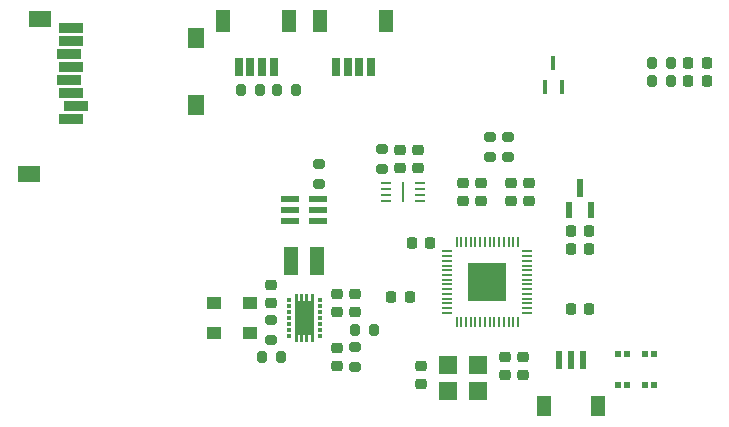
<source format=gbr>
%TF.GenerationSoftware,KiCad,Pcbnew,8.0.2*%
%TF.CreationDate,2024-05-12T14:55:06-05:00*%
%TF.ProjectId,GP2040-RE,47503230-3430-42d5-9245-2e6b69636164,rev?*%
%TF.SameCoordinates,Original*%
%TF.FileFunction,Paste,Top*%
%TF.FilePolarity,Positive*%
%FSLAX46Y46*%
G04 Gerber Fmt 4.6, Leading zero omitted, Abs format (unit mm)*
G04 Created by KiCad (PCBNEW 8.0.2) date 2024-05-12 14:55:06*
%MOMM*%
%LPD*%
G01*
G04 APERTURE LIST*
G04 Aperture macros list*
%AMRoundRect*
0 Rectangle with rounded corners*
0 $1 Rounding radius*
0 $2 $3 $4 $5 $6 $7 $8 $9 X,Y pos of 4 corners*
0 Add a 4 corners polygon primitive as box body*
4,1,4,$2,$3,$4,$5,$6,$7,$8,$9,$2,$3,0*
0 Add four circle primitives for the rounded corners*
1,1,$1+$1,$2,$3*
1,1,$1+$1,$4,$5*
1,1,$1+$1,$6,$7*
1,1,$1+$1,$8,$9*
0 Add four rect primitives between the rounded corners*
20,1,$1+$1,$2,$3,$4,$5,0*
20,1,$1+$1,$4,$5,$6,$7,0*
20,1,$1+$1,$6,$7,$8,$9,0*
20,1,$1+$1,$8,$9,$2,$3,0*%
G04 Aperture macros list end*
%ADD10C,0.010000*%
%ADD11C,0.000000*%
%ADD12R,1.143000X1.092200*%
%ADD13R,0.457200X1.143000*%
%ADD14RoundRect,0.218750X0.218750X0.256250X-0.218750X0.256250X-0.218750X-0.256250X0.218750X-0.256250X0*%
%ADD15RoundRect,0.225000X0.250000X-0.225000X0.250000X0.225000X-0.250000X0.225000X-0.250000X-0.225000X0*%
%ADD16RoundRect,0.225000X-0.250000X0.225000X-0.250000X-0.225000X0.250000X-0.225000X0.250000X0.225000X0*%
%ADD17RoundRect,0.200000X-0.275000X0.200000X-0.275000X-0.200000X0.275000X-0.200000X0.275000X0.200000X0*%
%ADD18R,0.660400X1.549400*%
%ADD19R,1.295400X1.905000*%
%ADD20RoundRect,0.200000X0.200000X0.275000X-0.200000X0.275000X-0.200000X-0.275000X0.200000X-0.275000X0*%
%ADD21R,1.397000X1.803400*%
%ADD22R,1.905000X1.397000*%
%ADD23R,2.006600X0.812800*%
%ADD24RoundRect,0.225000X0.225000X0.250000X-0.225000X0.250000X-0.225000X-0.250000X0.225000X-0.250000X0*%
%ADD25RoundRect,0.225000X-0.225000X-0.250000X0.225000X-0.250000X0.225000X0.250000X-0.225000X0.250000X0*%
%ADD26RoundRect,0.200000X0.275000X-0.200000X0.275000X0.200000X-0.275000X0.200000X-0.275000X-0.200000X0*%
%ADD27R,1.574800X0.558800*%
%ADD28R,0.600000X1.550000*%
%ADD29R,1.200000X1.800000*%
%ADD30R,0.457200X0.304800*%
%ADD31R,0.812800X0.177800*%
%ADD32R,0.177800X0.812800*%
%ADD33R,3.200400X3.200400*%
%ADD34R,1.205600X2.362200*%
%ADD35R,0.558800X1.320800*%
%ADD36R,0.558800X1.587500*%
%ADD37R,1.500000X1.600000*%
%ADD38R,0.812800X0.254000*%
%ADD39R,0.254000X1.651000*%
%ADD40RoundRect,0.200000X-0.200000X-0.275000X0.200000X-0.275000X0.200000X0.275000X-0.200000X0.275000X0*%
G04 APERTURE END LIST*
D10*
%TO.C,S2*%
X91036000Y-78148000D02*
X90586000Y-78148000D01*
X90586000Y-77698000D01*
X91036000Y-77698000D01*
X91036000Y-78148000D01*
G36*
X91036000Y-78148000D02*
G01*
X90586000Y-78148000D01*
X90586000Y-77698000D01*
X91036000Y-77698000D01*
X91036000Y-78148000D01*
G37*
X91036000Y-80798000D02*
X90586000Y-80798000D01*
X90586000Y-80348000D01*
X91036000Y-80348000D01*
X91036000Y-80798000D01*
G36*
X91036000Y-80798000D02*
G01*
X90586000Y-80798000D01*
X90586000Y-80348000D01*
X91036000Y-80348000D01*
X91036000Y-80798000D01*
G37*
X91786000Y-78148000D02*
X91336000Y-78148000D01*
X91336000Y-77698000D01*
X91786000Y-77698000D01*
X91786000Y-78148000D01*
G36*
X91786000Y-78148000D02*
G01*
X91336000Y-78148000D01*
X91336000Y-77698000D01*
X91786000Y-77698000D01*
X91786000Y-78148000D01*
G37*
X91786000Y-80798000D02*
X91336000Y-80798000D01*
X91336000Y-80348000D01*
X91786000Y-80348000D01*
X91786000Y-80798000D01*
G36*
X91786000Y-80798000D02*
G01*
X91336000Y-80798000D01*
X91336000Y-80348000D01*
X91786000Y-80348000D01*
X91786000Y-80798000D01*
G37*
D11*
%TO.C,U4*%
G36*
X64974800Y-74830000D02*
G01*
X63549200Y-74830000D01*
X63549200Y-73582200D01*
X64974800Y-73582200D01*
X64974800Y-74830000D01*
G37*
G36*
X64974800Y-76277800D02*
G01*
X63549200Y-76277800D01*
X63549200Y-75030000D01*
X64974800Y-75030000D01*
X64974800Y-76277800D01*
G37*
G36*
X63698811Y-73482208D02*
G01*
X63904937Y-73482208D01*
X63904937Y-72872608D01*
X64158937Y-72872608D01*
X64158937Y-73482208D01*
X64365063Y-73482208D01*
X64365063Y-72872608D01*
X64619063Y-72872608D01*
X64619063Y-73482208D01*
X64825189Y-73482208D01*
X64825189Y-72872608D01*
X65079189Y-72872608D01*
X65079189Y-73482208D01*
X65074800Y-73482200D01*
X65074800Y-76377800D01*
X65079189Y-76377792D01*
X65079189Y-76987392D01*
X64825189Y-76987392D01*
X64825189Y-76377792D01*
X64619063Y-76377792D01*
X64619063Y-76987392D01*
X64365063Y-76987392D01*
X64365063Y-76377792D01*
X64158937Y-76377792D01*
X64158937Y-76987392D01*
X63904937Y-76987392D01*
X63904937Y-76377792D01*
X63698811Y-76377792D01*
X63698811Y-76987392D01*
X63444811Y-76987392D01*
X63444811Y-76377792D01*
X63449200Y-76377800D01*
X63449200Y-73482200D01*
X63444811Y-73482208D01*
X63444811Y-72872608D01*
X63698811Y-72872608D01*
X63698811Y-73482208D01*
G37*
%TO.C,U1*%
G36*
X79656000Y-71782000D02*
G01*
X78255800Y-71782000D01*
X78255800Y-70381800D01*
X79656000Y-70381800D01*
X79656000Y-71782000D01*
G37*
G36*
X79656000Y-73382200D02*
G01*
X78255800Y-73382200D01*
X78255800Y-71982000D01*
X79656000Y-71982000D01*
X79656000Y-73382200D01*
G37*
G36*
X81256200Y-71782000D02*
G01*
X79856000Y-71782000D01*
X79856000Y-70381800D01*
X81256200Y-70381800D01*
X81256200Y-71782000D01*
G37*
G36*
X81256200Y-73382200D02*
G01*
X79856000Y-73382200D01*
X79856000Y-71982000D01*
X81256200Y-71982000D01*
X81256200Y-73382200D01*
G37*
D10*
%TO.C,S1*%
X93322000Y-78148000D02*
X92872000Y-78148000D01*
X92872000Y-77698000D01*
X93322000Y-77698000D01*
X93322000Y-78148000D01*
G36*
X93322000Y-78148000D02*
G01*
X92872000Y-78148000D01*
X92872000Y-77698000D01*
X93322000Y-77698000D01*
X93322000Y-78148000D01*
G37*
X93322000Y-80798000D02*
X92872000Y-80798000D01*
X92872000Y-80348000D01*
X93322000Y-80348000D01*
X93322000Y-80798000D01*
G36*
X93322000Y-80798000D02*
G01*
X92872000Y-80798000D01*
X92872000Y-80348000D01*
X93322000Y-80348000D01*
X93322000Y-80798000D01*
G37*
X94072000Y-78148000D02*
X93622000Y-78148000D01*
X93622000Y-77698000D01*
X94072000Y-77698000D01*
X94072000Y-78148000D01*
G36*
X94072000Y-78148000D02*
G01*
X93622000Y-78148000D01*
X93622000Y-77698000D01*
X94072000Y-77698000D01*
X94072000Y-78148000D01*
G37*
X94072000Y-80798000D02*
X93622000Y-80798000D01*
X93622000Y-80348000D01*
X94072000Y-80348000D01*
X94072000Y-80798000D01*
G36*
X94072000Y-80798000D02*
G01*
X93622000Y-80798000D01*
X93622000Y-80348000D01*
X94072000Y-80348000D01*
X94072000Y-80798000D01*
G37*
%TD*%
D12*
%TO.C,D4*%
X59702700Y-73660000D03*
X56629300Y-73660000D03*
%TD*%
D13*
%TO.C,Q1*%
X84645500Y-55346600D03*
X86042500Y-55346600D03*
X85344000Y-53365400D03*
%TD*%
D14*
%TO.C,D2*%
X98323500Y-53340000D03*
X96748500Y-53340000D03*
%TD*%
D15*
%TO.C,C1*%
X72390000Y-62243000D03*
X72390000Y-60693000D03*
%TD*%
D12*
%TO.C,D3*%
X59702700Y-76200000D03*
X56629300Y-76200000D03*
%TD*%
D16*
%TO.C,C9*%
X82804000Y-78219000D03*
X82804000Y-79769000D03*
%TD*%
D17*
%TO.C,R9*%
X68580000Y-77407000D03*
X68580000Y-79057000D03*
%TD*%
D18*
%TO.C,J2*%
X69924250Y-53660500D03*
X68924249Y-53660500D03*
X67924251Y-53660500D03*
X66924250Y-53660500D03*
D19*
X65624251Y-49785499D03*
X71224249Y-49785499D03*
%TD*%
D15*
%TO.C,C17*%
X67056000Y-74448000D03*
X67056000Y-72898000D03*
%TD*%
D20*
%TO.C,R6*%
X62293000Y-78232000D03*
X60643000Y-78232000D03*
%TD*%
D21*
%TO.C,J6*%
X55073601Y-51184000D03*
X55073601Y-56884001D03*
D22*
X41923599Y-49584000D03*
X40923599Y-62734002D03*
D23*
X44523599Y-58074001D03*
X44923598Y-56973927D03*
X44523599Y-55874001D03*
X44323599Y-54774000D03*
X44523599Y-53674000D03*
X44323599Y-52574000D03*
X44523599Y-51473999D03*
X44523599Y-50373999D03*
%TD*%
D14*
%TO.C,D1*%
X98323500Y-54864000D03*
X96748500Y-54864000D03*
%TD*%
D24*
%TO.C,C5*%
X73178000Y-73152000D03*
X71628000Y-73152000D03*
%TD*%
D25*
%TO.C,C6*%
X86855000Y-74168000D03*
X88405000Y-74168000D03*
%TD*%
D15*
%TO.C,C12*%
X81788000Y-65050000D03*
X81788000Y-63500000D03*
%TD*%
D26*
%TO.C,R7*%
X61468000Y-76771000D03*
X61468000Y-75121000D03*
%TD*%
D17*
%TO.C,R10*%
X65532000Y-61913000D03*
X65532000Y-63563000D03*
%TD*%
D24*
%TO.C,C4*%
X74943000Y-68580000D03*
X73393000Y-68580000D03*
%TD*%
D15*
%TO.C,C2*%
X73914000Y-62243000D03*
X73914000Y-60693000D03*
%TD*%
%TO.C,C10*%
X79248000Y-65037000D03*
X79248000Y-63487000D03*
%TD*%
D27*
%TO.C,U5*%
X63093600Y-64835999D03*
X63093600Y-65786000D03*
X63093600Y-66736001D03*
X65430400Y-66736001D03*
X65430400Y-65786000D03*
X65430400Y-64835999D03*
%TD*%
D16*
%TO.C,C3*%
X74168000Y-78981000D03*
X74168000Y-80531000D03*
%TD*%
D28*
%TO.C,J3*%
X85868000Y-78518000D03*
X86868000Y-78518000D03*
X87868000Y-78518000D03*
D29*
X84568000Y-82393000D03*
X89168000Y-82393000D03*
%TD*%
D30*
%TO.C,U4*%
X65587001Y-76430378D03*
X65587001Y-75930252D03*
X65587001Y-75430126D03*
X65587001Y-74930000D03*
X65587001Y-74429874D03*
X65587001Y-73929748D03*
X65587001Y-73429622D03*
X62936999Y-73429622D03*
X62936999Y-73929748D03*
X62936999Y-74429874D03*
X62936999Y-74930000D03*
X62936999Y-75430126D03*
X62936999Y-75930252D03*
X62936999Y-76430378D03*
%TD*%
D15*
%TO.C,C11*%
X77724000Y-65037000D03*
X77724000Y-63487000D03*
%TD*%
%TO.C,C14*%
X83312000Y-65037000D03*
X83312000Y-63487000D03*
%TD*%
D26*
%TO.C,R12*%
X80010000Y-61277000D03*
X80010000Y-59627000D03*
%TD*%
D20*
%TO.C,R3*%
X60515000Y-55626000D03*
X58865000Y-55626000D03*
%TD*%
D15*
%TO.C,C16*%
X68580000Y-74448000D03*
X68580000Y-72898000D03*
%TD*%
D31*
%TO.C,U1*%
X76352400Y-69282000D03*
X76352400Y-69681999D03*
X76352400Y-70082001D03*
X76352400Y-70482000D03*
X76352400Y-70881999D03*
X76352400Y-71282001D03*
X76352400Y-71682000D03*
X76352400Y-72082000D03*
X76352400Y-72481999D03*
X76352400Y-72882001D03*
X76352400Y-73282000D03*
X76352400Y-73681999D03*
X76352400Y-74082001D03*
X76352400Y-74482000D03*
D32*
X77156000Y-75285600D03*
X77555999Y-75285600D03*
X77956001Y-75285600D03*
X78356000Y-75285600D03*
X78755999Y-75285600D03*
X79156001Y-75285600D03*
X79556000Y-75285600D03*
X79956000Y-75285600D03*
X80355999Y-75285600D03*
X80756001Y-75285600D03*
X81156000Y-75285600D03*
X81555999Y-75285600D03*
X81956001Y-75285600D03*
X82356000Y-75285600D03*
D31*
X83159600Y-74482000D03*
X83159600Y-74082001D03*
X83159600Y-73681999D03*
X83159600Y-73282000D03*
X83159600Y-72882001D03*
X83159600Y-72481999D03*
X83159600Y-72082000D03*
X83159600Y-71682000D03*
X83159600Y-71282001D03*
X83159600Y-70881999D03*
X83159600Y-70482000D03*
X83159600Y-70082001D03*
X83159600Y-69681999D03*
X83159600Y-69282000D03*
D32*
X82356000Y-68478400D03*
X81956001Y-68478400D03*
X81555999Y-68478400D03*
X81156000Y-68478400D03*
X80756001Y-68478400D03*
X80355999Y-68478400D03*
X79956000Y-68478400D03*
X79556000Y-68478400D03*
X79156001Y-68478400D03*
X78755999Y-68478400D03*
X78356000Y-68478400D03*
X77956001Y-68478400D03*
X77555999Y-68478400D03*
X77156000Y-68478400D03*
D33*
X79756000Y-71882000D03*
%TD*%
D18*
%TO.C,J1*%
X61698000Y-53660500D03*
X60697999Y-53660500D03*
X59698001Y-53660500D03*
X58698000Y-53660500D03*
D19*
X57398001Y-49785499D03*
X62997999Y-49785499D03*
%TD*%
D34*
%TO.C,L1*%
X65361000Y-70104000D03*
X63163000Y-70104000D03*
%TD*%
D16*
%TO.C,C8*%
X81280000Y-78219000D03*
X81280000Y-79769000D03*
%TD*%
D25*
%TO.C,C7*%
X86855000Y-69088000D03*
X88405000Y-69088000D03*
%TD*%
%TO.C,C13*%
X86855000Y-67564000D03*
X88405000Y-67564000D03*
%TD*%
D35*
%TO.C,R11*%
X86679999Y-65786000D03*
X88580001Y-65786000D03*
D36*
X87630000Y-63887350D03*
%TD*%
D37*
%TO.C,XTAL1*%
X76454000Y-81110000D03*
X78994000Y-81110000D03*
X78994000Y-78910000D03*
X76454000Y-78910000D03*
%TD*%
D26*
%TO.C,R13*%
X81534000Y-61277000D03*
X81534000Y-59627000D03*
%TD*%
D38*
%TO.C,U2*%
X71196200Y-63511999D03*
X71196200Y-64012000D03*
X71196200Y-64512000D03*
X71196200Y-65012001D03*
X74091800Y-65012001D03*
X74091800Y-64512000D03*
X74091800Y-64012000D03*
X74091800Y-63511999D03*
D39*
X72644000Y-64262000D03*
%TD*%
D20*
%TO.C,R8*%
X70167000Y-75946000D03*
X68517000Y-75946000D03*
%TD*%
D40*
%TO.C,R5*%
X93663000Y-53340000D03*
X95313000Y-53340000D03*
%TD*%
%TO.C,R4*%
X93663000Y-54864000D03*
X95313000Y-54864000D03*
%TD*%
D15*
%TO.C,C18*%
X61468000Y-73660000D03*
X61468000Y-72110000D03*
%TD*%
D17*
%TO.C,R1*%
X70866000Y-60643000D03*
X70866000Y-62293000D03*
%TD*%
D40*
%TO.C,R2*%
X61913000Y-55626000D03*
X63563000Y-55626000D03*
%TD*%
D16*
%TO.C,C15*%
X67056000Y-77457000D03*
X67056000Y-79007000D03*
%TD*%
M02*

</source>
